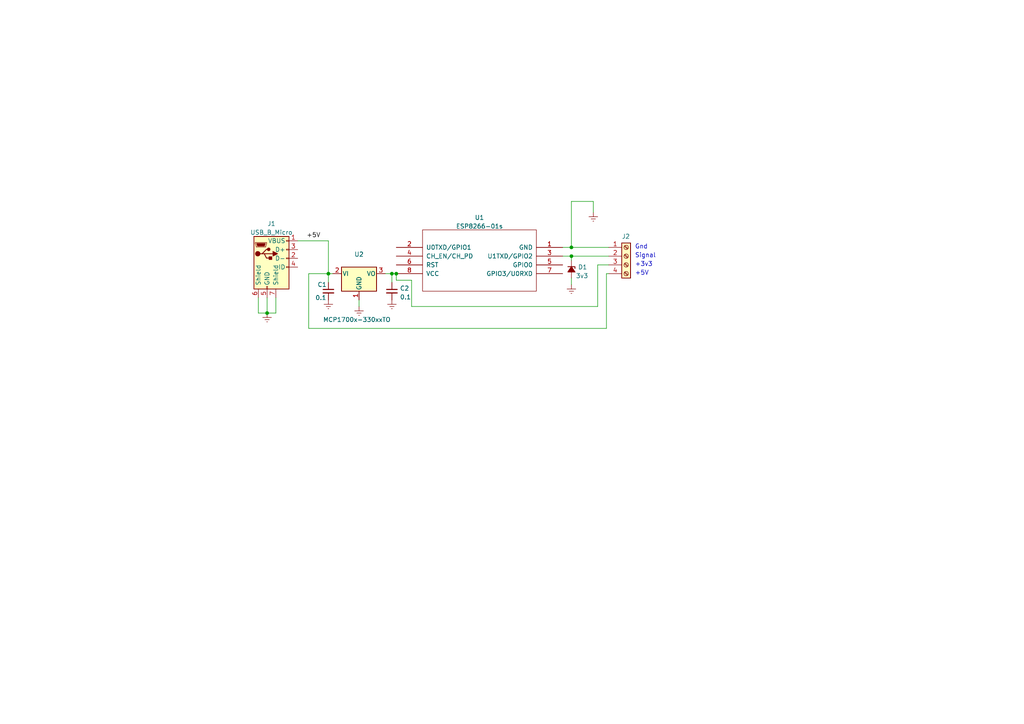
<source format=kicad_sch>
(kicad_sch (version 20211123) (generator eeschema)
  (paper "A4")
  (title_block (title "Water Flow Counter") (date "2024-03-16") (rev "2.0"))
  (lib_symbols
    (symbol "Connector:Screw_Terminal_01x04" (pin_names (offset 1.016) hide)
      (property "Reference" "J" (at 0 5.08 0))
      (property "Value" "Screw_Terminal_01x04" (at 0 -7.62 0))
      (symbol "Screw_Terminal_01x04_1_1"
        (rectangle (start -1.27 3.81) (end 1.27 -6.35) (stroke (width 0.254)) (fill (type background)))
        (circle (center 0 -5.08) (radius 0.635) (stroke (width 0.1524)))
        (circle (center 0 -2.54) (radius 0.635) (stroke (width 0.1524)))
        (polyline (pts (xy -0.5334 -4.7498) (xy 0.3302 -5.588)) (stroke (width 0.1524)))
        (polyline (pts (xy -0.5334 -2.2098) (xy 0.3302 -3.048)) (stroke (width 0.1524)))
        (polyline (pts (xy -0.5334 0.3302) (xy 0.3302 -0.508)) (stroke (width 0.1524)))
        (polyline (pts (xy -0.5334 2.8702) (xy 0.3302 2.032)) (stroke (width 0.1524)))
        (polyline (pts (xy -0.3556 -4.572) (xy 0.508 -5.4102)) (stroke (width 0.1524)))
        (polyline (pts (xy -0.3556 -2.032) (xy 0.508 -2.8702)) (stroke (width 0.1524)))
        (polyline (pts (xy -0.3556 0.508) (xy 0.508 -0.3302)) (stroke (width 0.1524)))
        (polyline (pts (xy -0.3556 3.048) (xy 0.508 2.2098)) (stroke (width 0.1524)))
        (circle (center 0 0) (radius 0.635) (stroke (width 0.1524)))
        (circle (center 0 2.54) (radius 0.635) (stroke (width 0.1524)))
        (pin passive line (at -5.08 2.54 0) (length 3.81) (name "Pin_1") (number "1"))
        (pin passive line (at -5.08 0 0) (length 3.81) (name "Pin_2") (number "2"))
        (pin passive line (at -5.08 -2.54 0) (length 3.81) (name "Pin_3") (number "3"))
        (pin passive line (at -5.08 -5.08 0) (length 3.81) (name "Pin_4") (number "4"))
      )
    )
    (symbol "Connector:USB_B_Micro" (pin_names (offset 1.016))
      (property "Reference" "J1" (at 0 11.3198 0))
      (property "Value" "USB_B_Micro" (at 0 8.7829 0))
      (symbol "USB_B_Micro_0_1"
        (rectangle (start -5.08 -7.62) (end 5.08 7.62) (stroke (width 0.254)) (fill (type background)))
        (circle (center -3.9855 2.6068) (radius 0.635) (stroke (width 0.254)) (fill (type outline)))
        (rectangle (start -1.397 -7.62) (end -1.143 -6.858))
        (circle (center -0.8105 3.8768) (radius 0.381) (stroke (width 0.254)) (fill (type outline)))
        (polyline (pts (xy -2.0805 2.6068) (xy 0.4595 2.6068)) (stroke (width 0.254)))
        (polyline (pts (xy -3.3505 2.6068) (xy -2.7155 2.6068) (xy -1.4455 3.8768) (xy -0.8105 3.8768)) (stroke (width 0.254)))
        (polyline (pts (xy -2.7155 2.6068) (xy -2.0805 2.6068) (xy -1.4455 1.3368) (xy -0.1755 1.3368)) (stroke (width 0.254)))
        (polyline (pts (xy 0.4595 3.2418) (xy 0.4595 1.9718) (xy 1.7295 2.6068) (xy 0.4595 3.2418)) (stroke (width 0.254)) (fill (type outline)))
        (polyline (pts (xy -4.318 5.588) (xy -1.778 5.588) (xy -2.032 4.826) (xy -4.064 4.826) (xy -4.318 5.588)) (fill (type outline)))
        (polyline (pts (xy -4.699 5.842) (xy -4.699 5.588) (xy -4.445 4.826) (xy -4.445 4.572) (xy -1.651 4.572) (xy -1.651 4.826) (xy -1.397 5.588) (xy -1.397 5.842) (xy -4.699 5.842)))
        (rectangle (start 0.0785 1.7178) (end -0.6835 0.9558) (stroke (width 0.254)) (fill (type outline)))
        (rectangle (start 5.08 -1.397) (end 4.318 -1.143))
        (rectangle (start 5.08 1.143) (end 4.318 1.397))
        (rectangle (start 5.08 3.683) (end 4.318 3.937))
        (rectangle (start 5.08 6.223) (end 4.318 6.477))
      )
      (symbol "USB_B_Micro_1_1"
        (pin power_out line (at 7.62 6.35 180) (length 2.54) (name "VBUS") (number "1"))
        (pin bidirectional line (at 7.62 1.27 180) (length 2.54) (name "D-") (number "2"))
        (pin bidirectional line (at 7.62 3.81 180) (length 2.54) (name "D+") (number "3"))
        (pin passive line (at 7.62 -1.27 180) (length 2.54) (name "ID") (number "4"))
        (pin power_out line (at -1.27 -10.16 90) (length 2.54) (name "GND") (number "5"))
        (pin passive line (at -3.81 -10.16 90) (length 2.54) (name "Shield") (number "6"))
        (pin passive line (at 1.27 -10.16 90) (length 2.54) (name "Shield") (number "7"))
      )
    )
    (symbol "Device:C_Small" (pin_numbers hide) (pin_names (offset 0.254) hide)
      (property "Reference" "C" (at 0.254 1.778 0))
      (property "Value" "C_Small" (at 0.254 -2.032 0))
      (symbol "C_Small_0_1"
        (polyline (pts (xy -1.524 -0.508) (xy 1.524 -0.508)) (stroke (width 0.3302)))
        (polyline (pts (xy -1.524 0.508) (xy 1.524 0.508)) (stroke (width 0.3048)))
      )
      (symbol "C_Small_1_1"
        (pin passive line (at 0 2.54 270) (length 2.032) (name "~") (number "1"))
        (pin passive line (at 0 -2.54 90) (length 2.032) (name "~") (number "2"))
      )
    )
    (symbol "Device:D_Zener_Small_Filled" (pin_numbers hide) (pin_names (offset 0.254) hide)
      (property "Reference" "D" (at 0 2.286 0))
      (property "Value" "D_Zener_Small_Filled" (at 0 -2.286 0))
      (symbol "D_Zener_Small_Filled_0_1"
        (polyline (pts (xy 0.762 0) (xy -0.762 0)))
        (polyline (pts (xy -0.254 1.016) (xy -0.762 1.016) (xy -0.762 -1.016)) (stroke (width 0.254)))
        (polyline (pts (xy 0.762 1.016) (xy -0.762 0) (xy 0.762 -1.016) (xy 0.762 1.016)) (stroke (width 0.254)) (fill (type outline)))
      )
      (symbol "D_Zener_Small_Filled_1_1"
        (pin passive line (at -2.54 0 0) (length 1.778) (name "K") (number "1"))
        (pin passive line (at 2.54 0 180) (length 1.778) (name "A") (number "2"))
      )
    )
    (symbol "ESP8266:ESP8266-01s" (pin_names (offset 1.016))
      (property "Reference" "U" (at -1.905 7.62 0))
      (property "Value" "ESP8266-01s" (at 0 -6.985 0))
      (symbol "ESP8266-01s_1_0"
        (rectangle (start -16.51 -8.89) (end 16.51 8.89))
      )
      (symbol "ESP8266-01s_1_1"
        (pin power_in line (at -24.13 3.81 0) (length 7.62) (name "GND") (number "1"))
        (pin bidirectional line (at 24.13 3.81 180) (length 7.62) (name "U0TXD/GPIO1") (number "2"))
        (pin bidirectional line (at -24.13 1.27 0) (length 7.62) (name "U1TXD/GPIO2") (number "3"))
        (pin input line (at 24.13 1.27 180) (length 7.62) (name "CH_EN/CH_PD") (number "4"))
        (pin bidirectional line (at -24.13 -1.27 0) (length 7.62) (name "GPIO0") (number "5"))
        (pin input line (at 24.13 -1.27 180) (length 7.62) (name "RST") (number "6"))
        (pin bidirectional line (at -24.13 -3.81 0) (length 7.62) (name "GPIO3/U0RXD") (number "7"))
        (pin power_in line (at 24.13 -3.81 180) (length 7.62) (name "VCC") (number "8"))
      )
    )
    (symbol "Regulator_Linear:MCP1700x-330xxTO" (pin_names (offset 0.254))
      (property "Reference" "U" (at -3.81 -3.175 0))
      (property "Value" "MCP1700x-330xxTO" (at 0 -3.175 0))
      (symbol "MCP1700x-330xxTO_0_1"
        (rectangle (start -5.08 5.08) (end 5.08 -1.905) (stroke (width 0.254)) (fill (type background)))
      )
      (symbol "MCP1700x-330xxTO_1_1"
        (pin power_in line (at 0 7.62 270) (length 2.54) (name "GND") (number "1"))
        (pin power_in line (at -7.62 0 0) (length 2.54) (name "VI") (number "2"))
        (pin power_out line (at 7.62 0 180) (length 2.54) (name "VO") (number "3"))
      )
    )
    (symbol "power:Earth" (power) (pin_names (offset 0))
      (symbol "Earth_0_1"
        (polyline (pts (xy -0.635 -1.905) (xy 0.635 -1.905)))
        (polyline (pts (xy -0.127 -2.54) (xy 0.127 -2.54)))
        (polyline (pts (xy 0 -1.27) (xy 0 0)))
        (polyline (pts (xy 1.27 -1.27) (xy -1.27 -1.27)))
      )
      (symbol "Earth_1_1"
        (pin power_in line (at 0 0 270) (length 0) hide (name "Earth") (number "1"))
      )
    )
  )
  (junction (at 113.665 79.375))
  (junction (at 114.935 79.375))
  (junction (at 165.735 71.755))
  (junction (at 165.735 74.295))
  (junction (at 95.25 79.375))
  (junction (at 77.47 90.805))
  (wire (pts (xy 165.735 58.42) (xy 165.735 71.755)))
  (wire (pts (xy 173.355 76.835) (xy 173.355 88.9)))
  (wire (pts (xy 80.01 90.805) (xy 77.47 90.805)))
  (wire (pts (xy 95.25 69.85) (xy 95.25 79.375)))
  (wire (pts (xy 89.535 79.375) (xy 95.25 79.375)))
  (wire (pts (xy 74.93 86.36) (xy 74.93 90.805)))
  (wire (pts (xy 119.38 81.28) (xy 114.935 81.28)))
  (wire (pts (xy 165.735 74.295) (xy 165.735 75.565)))
  (wire (pts (xy 95.25 79.375) (xy 95.25 81.915)))
  (wire (pts (xy 175.895 95.25) (xy 89.535 95.25)))
  (wire (pts (xy 173.355 88.9) (xy 119.38 88.9)))
  (wire (pts (xy 77.47 86.36) (xy 77.47 90.805)))
  (wire (pts (xy 111.76 79.375) (xy 113.665 79.375)))
  (wire (pts (xy 80.01 86.36) (xy 80.01 90.805)))
  (wire (pts (xy 89.535 95.25) (xy 89.535 79.375)))
  (wire (pts (xy 113.665 79.375) (xy 113.665 81.915)))
  (wire (pts (xy 113.665 79.375) (xy 114.935 79.375)))
  (wire (pts (xy 176.53 71.755) (xy 165.735 71.755)))
  (wire (pts (xy 163.195 74.295) (xy 165.735 74.295)))
  (wire (pts (xy 165.735 80.645) (xy 165.735 82.55)))
  (wire (pts (xy 172.085 58.42) (xy 165.735 58.42)))
  (wire (pts (xy 95.25 79.375) (xy 96.52 79.375)))
  (wire (pts (xy 114.935 81.28) (xy 114.935 79.375)))
  (wire (pts (xy 176.53 79.375) (xy 175.895 79.375)))
  (wire (pts (xy 163.195 71.755) (xy 165.735 71.755)))
  (wire (pts (xy 86.36 69.85) (xy 95.25 69.85)))
  (wire (pts (xy 175.895 79.375) (xy 175.895 95.25)))
  (wire (pts (xy 172.085 61.595) (xy 172.085 58.42)))
  (wire (pts (xy 104.14 86.995) (xy 104.14 88.9)))
  (wire (pts (xy 119.38 88.9) (xy 119.38 81.28)))
  (wire (pts (xy 176.53 76.835) (xy 173.355 76.835)))
  (wire (pts (xy 165.735 74.295) (xy 176.53 74.295)))
  (wire (pts (xy 74.93 90.805) (xy 77.47 90.805)))
  (text "+3v3" (at 184.15 77.47 0) (effects (font (size 1.27 1.27)) (justify left bottom)))
  (text "+5V" (at 184.15 80.01 0) (effects (font (size 1.27 1.27)) (justify left bottom)))
  (text "Signal" (at 184.15 74.93 0) (effects (font (size 1.27 1.27)) (justify left bottom)))
  (text "Gnd" (at 184.15 72.39 0) (effects (font (size 1.27 1.27)) (justify left bottom)))
  (label "+5V" (at 88.9 69.215 0))
  (symbol (lib_id "Regulator_Linear:MCP1700x-330xxTO") (at 104.14 79.375 0) (mirror x) (unit 1)
    (property "Reference" "U2" (at 104.14 73.7702 0))
    (property "Value" "MCP1700x-330xxTO" (at 103.505 92.71 0))
    (property "Footprint" "Package_TO_SOT_THT:TO-92_Inline" (effects hide))
    (property "Datasheet" "http://ww1.microchip.com/downloads/en/DeviceDoc/20001826D.pdf" (effects hide))
  )
  (symbol (lib_id "power:Earth") (at 104.14 88.9 0) (unit 1)
    (property "Reference" "#PWR0101" (effects hide))
    (property "Value" "Earth" (effects hide))
  )
  (symbol (lib_id "power:Earth") (at 113.665 86.995 0) (unit 1)
    (property "Reference" "#PWR0105" (effects hide))
    (property "Value" "Earth" (effects hide))
  )
  (symbol (lib_id "Device:C_Small") (at 95.25 84.455 0) (unit 1)
    (property "Reference" "C1" (at 92.075 82.55 0) (effects (justify left)))
    (property "Value" "0.1" (at 91.44 86.36 0) (effects (justify left)))
    (property "Footprint" "Capacitor_THT:C_Disc_D3.0mm_W1.6mm_P2.50mm" (effects hide))
  )
  (symbol (lib_id "power:Earth") (at 77.47 90.805 0) (unit 1)
    (property "Reference" "#PWR0102" (effects hide))
    (property "Value" "Earth" (effects hide))
  )
  (symbol (lib_id "power:Earth") (at 165.735 82.55 0) (unit 1)
    (property "Reference" "#PWR0106" (effects hide))
    (property "Value" "Earth" (effects hide))
  )
  (symbol (lib_id "Connector:Screw_Terminal_01x04") (at 181.61 74.295 0) (unit 1)
    (property "Reference" "J2" (at 180.34 68.58 0) (effects (justify left)))
    (property "Value" "Screw_Terminal_01x04" (effects hide))
    (property "Footprint" "TerminalBlock:Screw Terminal Block x2 P3mm W685 H660" (effects hide))
  )
  (symbol (lib_id "Connector:USB_B_Micro") (at 78.74 76.2 0) (unit 1)
    (property "Reference" "J1" (at 78.74 64.8802 0))
    (property "Value" "USB_B_Micro" (at 78.74 67.4171 0))
    (property "Footprint" "Connector_USB:HW-769 Mini USB Socket Board" (effects hide))
  )
  (symbol (lib_id "Device:D_Zener_Small_Filled") (at 165.735 78.105 270) (unit 1)
    (property "Reference" "D1" (at 167.64 77.47 90) (effects (justify left)))
    (property "Value" "3v3" (at 167.005 80.01 90) (effects (justify left)))
    (property "Footprint" "Diode_THT:D_A-405_P7.62mm_Horizontal" (effects hide))
  )
  (symbol (lib_id "power:Earth") (at 95.25 86.995 0) (unit 1)
    (property "Reference" "#PWR0104" (effects hide))
    (property "Value" "Earth" (effects hide))
  )
  (symbol (lib_id "power:Earth") (at 172.085 61.595 0) (unit 1)
    (property "Reference" "#PWR0103" (effects hide))
    (property "Value" "Earth" (effects hide))
  )
  (symbol (lib_id "Device:C_Small") (at 113.665 84.455 0) (unit 1)
    (property "Reference" "C2" (at 115.9891 83.6266 0) (effects (justify left)))
    (property "Value" "0.1" (at 115.9891 86.1635 0) (effects (justify left)))
    (property "Footprint" "Capacitor_THT:C_Disc_D3.0mm_W1.6mm_P2.50mm" (effects hide))
  )
  (symbol (lib_id "ESP8266:ESP8266-01s") (at 139.065 75.565 0) (mirror y) (unit 1)
    (property "Reference" "U1" (at 139.065 63.1022 0))
    (property "Value" "ESP8266-01s" (at 139.065 65.6391 0))
    (property "Footprint" "ESP8266:ESP8266-01s" (effects hide))
    (property "Datasheet" "https://www.universal-solder.ca/downloads/esp8266_series_modules_user_manual_en.pdf" (effects hide))
  )
)
</source>
